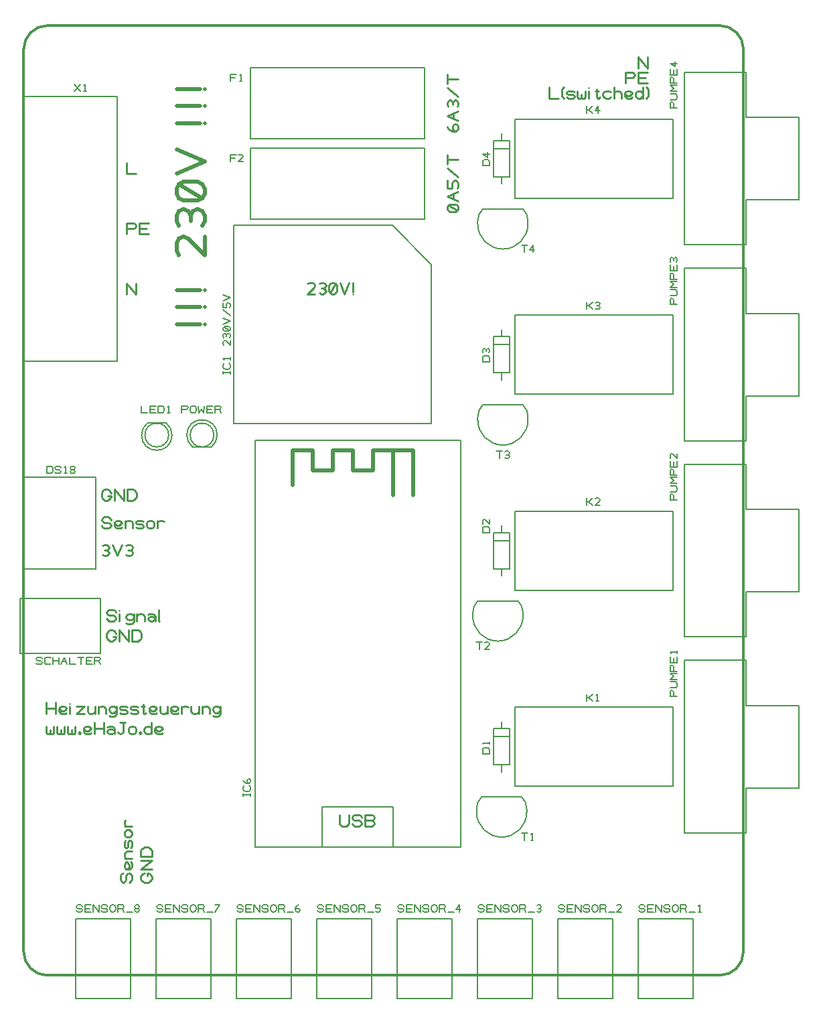
<source format=gbr>
G04 GENERATED BY PULSONIX 12.5 GERBER.DLL 9449*
G04 #@! TF.GenerationSoftware,Pulsonix,Pulsonix,12.5.9449*
G04 #@! TF.CreationDate,2025-07-29T07:21:01--1:00*
G04 #@! TF.Part,Single*
%FSLAX35Y35*%
%LPD*%
%MOMM*%
G04 #@! TF.FileFunction,Legend,Top*
G04 #@! TF.FilePolarity,Positive*
G04 #@! TA.AperFunction,Profile*
%ADD10C,0.30000*%
G04 #@! TA.AperFunction,Material*
%ADD11C,0.20000*%
%ADD13C,0.20320*%
%ADD75C,0.50000*%
G04 #@! TD.AperFunction*
%ADD76C,0.20000*%
%ADD113C,0.25000*%
%ADD114C,0.50800*%
G04 #@! TD.AperFunction*
X0Y0D02*
D02*
D10*
X3764250Y15214250D02*
X12264250D01*
G75*
G02*
X12564250Y14914250I0J-300000D01*
G01*
Y3514250D01*
G75*
G02*
X12264250Y3214250I-300000J0D01*
G01*
X3764250D01*
G75*
G02*
X3464250Y3514250I0J300000D01*
G01*
Y14914250D01*
G75*
G02*
X3764250Y15214250I300000J0D01*
G01*
D02*
D11*
X4118000Y3927500D02*
X4818000D01*
Y2917500D01*
X4118000D01*
Y3927500D01*
X4431500Y7979500D02*
Y7279500D01*
X3421500D01*
Y7979500D01*
X4431500D01*
X5134000Y3927500D02*
X5834000D01*
Y2917500D01*
X5134000D01*
Y3927500D01*
X6150000D02*
X6850000D01*
Y2917500D01*
X6150000D01*
Y3927500D01*
X6333000Y13665500D02*
X8533000D01*
Y12765500D01*
X6333000D01*
Y13665500D01*
Y14681500D02*
X8533000D01*
Y13781500D01*
X6333000D01*
Y14681500D01*
X7166000Y3927500D02*
X7866000D01*
Y2917500D01*
X7166000D01*
Y3927500D01*
X8124525Y12687500D02*
X6119500D01*
Y10187500D01*
X8619500D01*
Y12192525D01*
X8124525Y12687500D01*
X8137000Y5341500D02*
X7237000D01*
Y4833000D01*
X8137000D01*
Y5341500D01*
X8182000Y3927500D02*
X8882000D01*
Y2917500D01*
X8182000D01*
Y3927500D01*
X8987000Y4833000D02*
X6387000D01*
Y9977000D01*
X8987000D01*
Y4833000D01*
X9198000Y3927500D02*
X9898000D01*
Y2917500D01*
X9198000D01*
Y3927500D01*
X9671500Y5603500D02*
X11671500D01*
Y6603500D01*
X9671500D01*
Y5603500D01*
Y8080000D02*
X11671500D01*
Y9080000D01*
X9671500D01*
Y8080000D01*
Y10556500D02*
X11671500D01*
Y11556500D01*
X9671500D01*
Y10556500D01*
Y13033000D02*
X11671500D01*
Y14033000D01*
X9671500D01*
Y13033000D01*
X10214000Y3927500D02*
X10914000D01*
Y2917500D01*
X10214000D01*
Y3927500D01*
X11230000D02*
X11930000D01*
Y2917500D01*
X11230000D01*
Y3927500D01*
X11815000Y5012500D02*
Y7194500D01*
X12595000D01*
Y6624500D01*
X13265000D01*
Y5582500D01*
X12595000D01*
Y5012500D01*
X11815000D01*
Y7489000D02*
Y9671000D01*
X12595000D01*
Y9101000D01*
X13265000D01*
Y8059000D01*
X12595000D01*
Y7489000D01*
X11815000D01*
Y9965500D02*
Y12147500D01*
X12595000D01*
Y11577500D01*
X13265000D01*
Y10535500D01*
X12595000D01*
Y9965500D01*
X11815000D01*
Y12442000D02*
Y14624000D01*
X12595000D01*
Y14054000D01*
X13265000D01*
Y13012000D01*
X12595000D01*
Y12442000D01*
X11815000D01*
D02*
D13*
X3458000Y8350000D02*
Y9510000D01*
X4378000D01*
Y8350000D01*
X3458000D01*
X4648500Y10972000D02*
Y14316000D01*
X3448500D01*
Y10972000D01*
X4648500D01*
X4954500Y10040500D02*
G75*
G03*
X5339500I192500J0D01*
G01*
G75*
G03*
X5267649Y10190500I-192500J0D01*
G01*
X5026351D01*
G75*
G03*
X4954500Y10040500I120649J-150000D01*
G01*
X4997000D02*
G75*
G03*
X5297000I150000J0D01*
G01*
G75*
G03*
X4997000I-150000J0D01*
G01*
X5868500D02*
G75*
G03*
X5568500I-150000J0D01*
G01*
G75*
G03*
X5868500I150000J0D01*
G01*
X5911000D02*
G75*
G03*
X5526000I-192500J0D01*
G01*
G75*
G03*
X5597851Y9890500I192500J0D01*
G01*
X5839149D01*
G75*
G03*
X5911000Y10040500I-120649J150000D01*
G01*
X9405400Y6230500D02*
X9608600D01*
X9405400Y8707000D02*
X9608600D01*
X9405400Y11183500D02*
X9608600D01*
X9405400Y13660000D02*
X9608600D01*
X9507000Y5786000D02*
Y5874900D01*
Y6332100D02*
Y6421000D01*
Y8262500D02*
Y8351400D01*
Y8808600D02*
Y8897500D01*
Y10739000D02*
Y10827900D01*
Y11285100D02*
Y11374000D01*
Y13215500D02*
Y13304400D01*
Y13761600D02*
Y13850500D01*
X9608600Y5874900D02*
X9405400D01*
Y6332100D01*
X9608600D01*
Y5874900D01*
Y8351400D02*
X9405400D01*
Y8808600D01*
X9608600D01*
Y8351400D01*
Y10827900D02*
X9405400D01*
Y11285100D01*
X9608600D01*
Y10827900D01*
Y13304400D02*
X9405400D01*
Y13761600D01*
X9608600D01*
Y13304400D01*
X9776875Y7754500D02*
G75*
G02*
X9459375Y7437000I-317500J0D01*
G01*
G75*
G02*
X9141875Y7754500I0J317500D01*
G01*
Y7792600D01*
G75*
G02*
X9205375Y7945000I215713J-451D01*
G01*
X9713375D01*
G75*
G02*
X9776875Y7792600I-152213J-152851D01*
G01*
Y7754500D01*
X9824500Y5278000D02*
G75*
G02*
X9507000Y4960500I-317500J0D01*
G01*
G75*
G02*
X9189500Y5278000I0J317500D01*
G01*
Y5316100D01*
G75*
G02*
X9253000Y5468500I215713J-451D01*
G01*
X9761000D01*
G75*
G02*
X9824500Y5316100I-152213J-152851D01*
G01*
Y5278000D01*
X9840375Y10231000D02*
G75*
G02*
X9522875Y9913500I-317500J0D01*
G01*
G75*
G02*
X9205375Y10231000I0J317500D01*
G01*
Y10269100D01*
G75*
G02*
X9268875Y10421500I215713J-451D01*
G01*
X9776875D01*
G75*
G02*
X9840375Y10269100I-152213J-152851D01*
G01*
Y10231000D01*
Y12707500D02*
G75*
G02*
X9522875Y12390000I-317500J0D01*
G01*
G75*
G02*
X9205375Y12707500I0J317500D01*
G01*
Y12745600D01*
G75*
G02*
X9268875Y12898000I215713J-451D01*
G01*
X9776875D01*
G75*
G02*
X9840375Y12745600I-152213J-152851D01*
G01*
Y12707500D01*
D02*
D75*
X6861500Y9850000D02*
Y9405500D01*
X7115500Y9596000D02*
Y9850000D01*
X6861500D01*
X7369500Y9596000D02*
X7115500D01*
X7369500Y9850000D02*
Y9596000D01*
X7623500D02*
Y9850000D01*
X7369500D01*
X7877500Y9596000D02*
X7623500D01*
X7877500Y9850000D02*
Y9596000D01*
X8131500Y9850000D02*
Y9278500D01*
X8385500D02*
Y9850000D01*
X7877500D01*
D02*
D76*
X3623000Y7165382D02*
X3630647Y7150088D01*
X3645941Y7142441D01*
X3676529D01*
X3691824Y7150088D01*
X3699471Y7165382D01*
X3691824Y7180676D01*
X3676529Y7188324D01*
X3645941D01*
X3630647Y7195971D01*
X3623000Y7211265D01*
X3630647Y7226559D01*
X3645941Y7234206D01*
X3676529D01*
X3691824Y7226559D01*
X3699471Y7211265D01*
X3804771Y7157735D02*
X3797124Y7150088D01*
X3781829Y7142441D01*
X3758888D01*
X3743594Y7150088D01*
X3735947Y7157735D01*
X3728300Y7173029D01*
Y7203618D01*
X3735947Y7218912D01*
X3743594Y7226559D01*
X3758888Y7234206D01*
X3781829D01*
X3797124Y7226559D01*
X3804771Y7218912D01*
X3833600Y7142441D02*
X3833600Y7234206D01*
Y7188324D02*
X3910071Y7188324D01*
Y7142441D02*
X3910071Y7234206D01*
X3938900Y7142441D02*
X3977135Y7234206D01*
X4015371Y7142441D01*
X3954194Y7180676D02*
X4000076Y7180676D01*
X4044200Y7234206D02*
X4044200Y7142441D01*
X4120671D01*
X4187735D02*
X4187735Y7234206D01*
X4149500D02*
X4225971Y7234206D01*
X4254800Y7142441D02*
X4254800Y7234206D01*
X4331271D01*
X4315976Y7188324D02*
X4254800Y7188324D01*
Y7142441D02*
X4331271Y7142441D01*
X4360100D02*
X4360100Y7234206D01*
X4413629D01*
X4428924Y7226559D01*
X4436571Y7211265D01*
X4428924Y7195971D01*
X4413629Y7188324D01*
X4360100D01*
X4413629D02*
X4436571Y7142441D01*
X3754925Y9555441D02*
X3754925Y9647206D01*
X3800807D01*
X3816101Y9639559D01*
X3823749Y9631912D01*
X3831396Y9616618D01*
Y9586029D01*
X3823749Y9570735D01*
X3816101Y9563088D01*
X3800807Y9555441D01*
X3754925D01*
X3860225Y9578382D02*
X3867872Y9563088D01*
X3883166Y9555441D01*
X3913754D01*
X3929049Y9563088D01*
X3936696Y9578382D01*
X3929049Y9593676D01*
X3913754Y9601324D01*
X3883166D01*
X3867872Y9608971D01*
X3860225Y9624265D01*
X3867872Y9639559D01*
X3883166Y9647206D01*
X3913754D01*
X3929049Y9639559D01*
X3936696Y9624265D01*
X3980819Y9555441D02*
X4011407Y9555441D01*
X3996113D02*
X3996113Y9647206D01*
X3980819Y9631912D01*
X4076866Y9601324D02*
X4092160Y9601324D01*
X4107454Y9608971D01*
X4115101Y9624265D01*
X4107454Y9639559D01*
X4092160Y9647206D01*
X4076866D01*
X4061572Y9639559D01*
X4053925Y9624265D01*
X4061572Y9608971D01*
X4076866Y9601324D01*
X4061572Y9593676D01*
X4053925Y9578382D01*
X4061572Y9563088D01*
X4076866Y9555441D01*
X4092160D01*
X4107454Y9563088D01*
X4115101Y9578382D01*
X4107454Y9593676D01*
X4092160Y9601324D01*
X4131000Y4036382D02*
X4138647Y4021088D01*
X4153941Y4013441D01*
X4184529D01*
X4199824Y4021088D01*
X4207471Y4036382D01*
X4199824Y4051676D01*
X4184529Y4059324D01*
X4153941D01*
X4138647Y4066971D01*
X4131000Y4082265D01*
X4138647Y4097559D01*
X4153941Y4105206D01*
X4184529D01*
X4199824Y4097559D01*
X4207471Y4082265D01*
X4236300Y4013441D02*
X4236300Y4105206D01*
X4312771D01*
X4297476Y4059324D02*
X4236300Y4059324D01*
Y4013441D02*
X4312771Y4013441D01*
X4341600D02*
X4341600Y4105206D01*
X4418071Y4013441D01*
Y4105206D01*
X4446900Y4036382D02*
X4454547Y4021088D01*
X4469841Y4013441D01*
X4500429D01*
X4515724Y4021088D01*
X4523371Y4036382D01*
X4515724Y4051676D01*
X4500429Y4059324D01*
X4469841D01*
X4454547Y4066971D01*
X4446900Y4082265D01*
X4454547Y4097559D01*
X4469841Y4105206D01*
X4500429D01*
X4515724Y4097559D01*
X4523371Y4082265D01*
X4552200Y4044029D02*
X4552200Y4074618D01*
X4559847Y4089912D01*
X4567494Y4097559D01*
X4582788Y4105206D01*
X4598082D01*
X4613376Y4097559D01*
X4621024Y4089912D01*
X4628671Y4074618D01*
Y4044029D01*
X4621024Y4028735D01*
X4613376Y4021088D01*
X4598082Y4013441D01*
X4582788D01*
X4567494Y4021088D01*
X4559847Y4028735D01*
X4552200Y4044029D01*
X4657500Y4013441D02*
X4657500Y4105206D01*
X4711029D01*
X4726324Y4097559D01*
X4733971Y4082265D01*
X4726324Y4066971D01*
X4711029Y4059324D01*
X4657500D01*
X4711029D02*
X4733971Y4013441D01*
X4762800D02*
X4839271Y4013441D01*
X4891041Y4059324D02*
X4906335Y4059324D01*
X4921629Y4066971D01*
X4929276Y4082265D01*
X4921629Y4097559D01*
X4906335Y4105206D01*
X4891041D01*
X4875747Y4097559D01*
X4868100Y4082265D01*
X4875747Y4066971D01*
X4891041Y4059324D01*
X4875747Y4051676D01*
X4868100Y4036382D01*
X4875747Y4021088D01*
X4891041Y4013441D01*
X4906335D01*
X4921629Y4021088D01*
X4929276Y4036382D01*
X4921629Y4051676D01*
X4906335Y4059324D01*
X4105775Y14381441D02*
X4182246Y14473206D01*
X4105775D02*
X4182246Y14381441D01*
X4226369D02*
X4256957Y14381441D01*
X4241663D02*
X4241663Y14473206D01*
X4226369Y14457912D01*
X5147000Y4036382D02*
X5154647Y4021088D01*
X5169941Y4013441D01*
X5200529D01*
X5215824Y4021088D01*
X5223471Y4036382D01*
X5215824Y4051676D01*
X5200529Y4059324D01*
X5169941D01*
X5154647Y4066971D01*
X5147000Y4082265D01*
X5154647Y4097559D01*
X5169941Y4105206D01*
X5200529D01*
X5215824Y4097559D01*
X5223471Y4082265D01*
X5252300Y4013441D02*
X5252300Y4105206D01*
X5328771D01*
X5313476Y4059324D02*
X5252300Y4059324D01*
Y4013441D02*
X5328771Y4013441D01*
X5357600D02*
X5357600Y4105206D01*
X5434071Y4013441D01*
Y4105206D01*
X5462900Y4036382D02*
X5470547Y4021088D01*
X5485841Y4013441D01*
X5516429D01*
X5531724Y4021088D01*
X5539371Y4036382D01*
X5531724Y4051676D01*
X5516429Y4059324D01*
X5485841D01*
X5470547Y4066971D01*
X5462900Y4082265D01*
X5470547Y4097559D01*
X5485841Y4105206D01*
X5516429D01*
X5531724Y4097559D01*
X5539371Y4082265D01*
X5568200Y4044029D02*
X5568200Y4074618D01*
X5575847Y4089912D01*
X5583494Y4097559D01*
X5598788Y4105206D01*
X5614082D01*
X5629376Y4097559D01*
X5637024Y4089912D01*
X5644671Y4074618D01*
Y4044029D01*
X5637024Y4028735D01*
X5629376Y4021088D01*
X5614082Y4013441D01*
X5598788D01*
X5583494Y4021088D01*
X5575847Y4028735D01*
X5568200Y4044029D01*
X5673500Y4013441D02*
X5673500Y4105206D01*
X5727029D01*
X5742324Y4097559D01*
X5749971Y4082265D01*
X5742324Y4066971D01*
X5727029Y4059324D01*
X5673500D01*
X5727029D02*
X5749971Y4013441D01*
X5778800D02*
X5855271Y4013441D01*
X5884100D02*
X5945276Y4105206D01*
X5884100D01*
X4952975Y10409206D02*
X4952975Y10317441D01*
X5029446D01*
X5058275D02*
X5058275Y10409206D01*
X5134746D01*
X5119451Y10363324D02*
X5058275Y10363324D01*
Y10317441D02*
X5134746Y10317441D01*
X5163575D02*
X5163575Y10409206D01*
X5209457D01*
X5224751Y10401559D01*
X5232399Y10393912D01*
X5240046Y10378618D01*
Y10348029D01*
X5232399Y10332735D01*
X5224751Y10325088D01*
X5209457Y10317441D01*
X5163575D01*
X5284169D02*
X5314757Y10317441D01*
X5299463D02*
X5299463Y10409206D01*
X5284169Y10393912D01*
X5463375Y10317441D02*
X5463375Y10409206D01*
X5516904D01*
X5532199Y10401559D01*
X5539846Y10386265D01*
X5532199Y10370971D01*
X5516904Y10363324D01*
X5463375D01*
X5568675Y10348029D02*
X5568675Y10378618D01*
X5576322Y10393912D01*
X5583969Y10401559D01*
X5599263Y10409206D01*
X5614557D01*
X5629851Y10401559D01*
X5637499Y10393912D01*
X5645146Y10378618D01*
Y10348029D01*
X5637499Y10332735D01*
X5629851Y10325088D01*
X5614557Y10317441D01*
X5599263D01*
X5583969Y10325088D01*
X5576322Y10332735D01*
X5568675Y10348029D01*
X5673975Y10409206D02*
X5681622Y10317441D01*
X5712210Y10363324D01*
X5742799Y10317441D01*
X5750446Y10409206D01*
X5779275Y10317441D02*
X5779275Y10409206D01*
X5855746D01*
X5840451Y10363324D02*
X5779275Y10363324D01*
Y10317441D02*
X5855746Y10317441D01*
X5884575D02*
X5884575Y10409206D01*
X5938104D01*
X5953399Y10401559D01*
X5961046Y10386265D01*
X5953399Y10370971D01*
X5938104Y10363324D01*
X5884575D01*
X5938104D02*
X5961046Y10317441D01*
X6079559Y10812825D02*
X6079559Y10843413D01*
Y10828119D02*
X5987794Y10828119D01*
Y10812825D02*
X5987794Y10843413D01*
X6064265Y10945196D02*
X6071912Y10937549D01*
X6079559Y10922254D01*
Y10899313D01*
X6071912Y10884019D01*
X6064265Y10876372D01*
X6048971Y10868725D01*
X6018382D01*
X6003088Y10876372D01*
X5995441Y10884019D01*
X5987794Y10899313D01*
Y10922254D01*
X5995441Y10937549D01*
X6003088Y10945196D01*
X6079559Y10989319D02*
X6079559Y11019907D01*
Y11004613D02*
X5987794Y11004613D01*
X6003088Y10989319D01*
X6076559Y11235551D02*
X6076559Y11174375D01*
X6023029Y11227904D01*
X6007735Y11235551D01*
X5992441Y11227904D01*
X5984794Y11212610D01*
Y11189669D01*
X5992441Y11174375D01*
X6068912Y11270422D02*
X6076559Y11285716D01*
Y11301010D01*
X6068912Y11316304D01*
X6053618Y11323951D01*
X6038324Y11316304D01*
X6030676Y11301010D01*
Y11285716D01*
Y11301010D02*
X6023029Y11316304D01*
X6007735Y11323951D01*
X5992441Y11316304D01*
X5984794Y11301010D01*
Y11285716D01*
X5992441Y11270422D01*
X6068912Y11358822D02*
X6076559Y11374116D01*
Y11389410D01*
X6068912Y11404704D01*
X6053618Y11412351D01*
X6007735D01*
X5992441Y11404704D01*
X5984794Y11389410D01*
Y11374116D01*
X5992441Y11358822D01*
X6007735Y11351175D01*
X6053618D01*
X6068912Y11358822D01*
X5992441Y11404704D01*
X5984794Y11439575D02*
X6076559Y11477810D01*
X5984794Y11516046D01*
X6076559Y11544875D02*
X5984794Y11621346D01*
X6068912Y11650175D02*
X6076559Y11665469D01*
Y11688410D01*
X6068912Y11703704D01*
X6053618Y11711351D01*
X6045971D01*
X6030676Y11703704D01*
X6023029Y11688410D01*
Y11650175D01*
X5984794D01*
Y11711351D01*
Y11738575D02*
X6076559Y11776810D01*
X5984794Y11815046D01*
X6163000Y4036382D02*
X6170647Y4021088D01*
X6185941Y4013441D01*
X6216529D01*
X6231824Y4021088D01*
X6239471Y4036382D01*
X6231824Y4051676D01*
X6216529Y4059324D01*
X6185941D01*
X6170647Y4066971D01*
X6163000Y4082265D01*
X6170647Y4097559D01*
X6185941Y4105206D01*
X6216529D01*
X6231824Y4097559D01*
X6239471Y4082265D01*
X6268300Y4013441D02*
X6268300Y4105206D01*
X6344771D01*
X6329476Y4059324D02*
X6268300Y4059324D01*
Y4013441D02*
X6344771Y4013441D01*
X6373600D02*
X6373600Y4105206D01*
X6450071Y4013441D01*
Y4105206D01*
X6478900Y4036382D02*
X6486547Y4021088D01*
X6501841Y4013441D01*
X6532429D01*
X6547724Y4021088D01*
X6555371Y4036382D01*
X6547724Y4051676D01*
X6532429Y4059324D01*
X6501841D01*
X6486547Y4066971D01*
X6478900Y4082265D01*
X6486547Y4097559D01*
X6501841Y4105206D01*
X6532429D01*
X6547724Y4097559D01*
X6555371Y4082265D01*
X6584200Y4044029D02*
X6584200Y4074618D01*
X6591847Y4089912D01*
X6599494Y4097559D01*
X6614788Y4105206D01*
X6630082D01*
X6645376Y4097559D01*
X6653024Y4089912D01*
X6660671Y4074618D01*
Y4044029D01*
X6653024Y4028735D01*
X6645376Y4021088D01*
X6630082Y4013441D01*
X6614788D01*
X6599494Y4021088D01*
X6591847Y4028735D01*
X6584200Y4044029D01*
X6689500Y4013441D02*
X6689500Y4105206D01*
X6743029D01*
X6758324Y4097559D01*
X6765971Y4082265D01*
X6758324Y4066971D01*
X6743029Y4059324D01*
X6689500D01*
X6743029D02*
X6765971Y4013441D01*
X6794800D02*
X6871271Y4013441D01*
X6900100Y4036382D02*
X6907747Y4051676D01*
X6923041Y4059324D01*
X6938335D01*
X6953629Y4051676D01*
X6961276Y4036382D01*
X6953629Y4021088D01*
X6938335Y4013441D01*
X6923041D01*
X6907747Y4021088D01*
X6900100Y4036382D01*
Y4059324D01*
X6907747Y4082265D01*
X6923041Y4097559D01*
X6938335Y4105206D01*
X6074275Y13492441D02*
X6074275Y13584206D01*
X6150746D01*
X6135451Y13538324D02*
X6074275Y13538324D01*
X6240751Y13492441D02*
X6179575Y13492441D01*
X6233104Y13545971D01*
X6240751Y13561265D01*
X6233104Y13576559D01*
X6217810Y13584206D01*
X6194869D01*
X6179575Y13576559D01*
X6074275Y14508441D02*
X6074275Y14600206D01*
X6150746D01*
X6135451Y14554324D02*
X6074275Y14554324D01*
X6194869Y14508441D02*
X6225457Y14508441D01*
X6210163D02*
X6210163Y14600206D01*
X6194869Y14584912D01*
X6333559Y5478825D02*
X6333559Y5509413D01*
Y5494119D02*
X6241794Y5494119D01*
Y5478825D02*
X6241794Y5509413D01*
X6318265Y5611196D02*
X6325912Y5603549D01*
X6333559Y5588254D01*
Y5565313D01*
X6325912Y5550019D01*
X6318265Y5542372D01*
X6302971Y5534725D01*
X6272382D01*
X6257088Y5542372D01*
X6249441Y5550019D01*
X6241794Y5565313D01*
Y5588254D01*
X6249441Y5603549D01*
X6257088Y5611196D01*
X6310618Y5640025D02*
X6295324Y5647672D01*
X6287676Y5662966D01*
Y5678260D01*
X6295324Y5693554D01*
X6310618Y5701201D01*
X6325912Y5693554D01*
X6333559Y5678260D01*
Y5662966D01*
X6325912Y5647672D01*
X6310618Y5640025D01*
X6287676D01*
X6264735Y5647672D01*
X6249441Y5662966D01*
X6241794Y5678260D01*
X7179000Y4036382D02*
X7186647Y4021088D01*
X7201941Y4013441D01*
X7232529D01*
X7247824Y4021088D01*
X7255471Y4036382D01*
X7247824Y4051676D01*
X7232529Y4059324D01*
X7201941D01*
X7186647Y4066971D01*
X7179000Y4082265D01*
X7186647Y4097559D01*
X7201941Y4105206D01*
X7232529D01*
X7247824Y4097559D01*
X7255471Y4082265D01*
X7284300Y4013441D02*
X7284300Y4105206D01*
X7360771D01*
X7345476Y4059324D02*
X7284300Y4059324D01*
Y4013441D02*
X7360771Y4013441D01*
X7389600D02*
X7389600Y4105206D01*
X7466071Y4013441D01*
Y4105206D01*
X7494900Y4036382D02*
X7502547Y4021088D01*
X7517841Y4013441D01*
X7548429D01*
X7563724Y4021088D01*
X7571371Y4036382D01*
X7563724Y4051676D01*
X7548429Y4059324D01*
X7517841D01*
X7502547Y4066971D01*
X7494900Y4082265D01*
X7502547Y4097559D01*
X7517841Y4105206D01*
X7548429D01*
X7563724Y4097559D01*
X7571371Y4082265D01*
X7600200Y4044029D02*
X7600200Y4074618D01*
X7607847Y4089912D01*
X7615494Y4097559D01*
X7630788Y4105206D01*
X7646082D01*
X7661376Y4097559D01*
X7669024Y4089912D01*
X7676671Y4074618D01*
Y4044029D01*
X7669024Y4028735D01*
X7661376Y4021088D01*
X7646082Y4013441D01*
X7630788D01*
X7615494Y4021088D01*
X7607847Y4028735D01*
X7600200Y4044029D01*
X7705500Y4013441D02*
X7705500Y4105206D01*
X7759029D01*
X7774324Y4097559D01*
X7781971Y4082265D01*
X7774324Y4066971D01*
X7759029Y4059324D01*
X7705500D01*
X7759029D02*
X7781971Y4013441D01*
X7810800D02*
X7887271Y4013441D01*
X7916100Y4021088D02*
X7931394Y4013441D01*
X7954335D01*
X7969629Y4021088D01*
X7977276Y4036382D01*
Y4044029D01*
X7969629Y4059324D01*
X7954335Y4066971D01*
X7916100D01*
Y4105206D01*
X7977276D01*
X8195000Y4036382D02*
X8202647Y4021088D01*
X8217941Y4013441D01*
X8248529D01*
X8263824Y4021088D01*
X8271471Y4036382D01*
X8263824Y4051676D01*
X8248529Y4059324D01*
X8217941D01*
X8202647Y4066971D01*
X8195000Y4082265D01*
X8202647Y4097559D01*
X8217941Y4105206D01*
X8248529D01*
X8263824Y4097559D01*
X8271471Y4082265D01*
X8300300Y4013441D02*
X8300300Y4105206D01*
X8376771D01*
X8361476Y4059324D02*
X8300300Y4059324D01*
Y4013441D02*
X8376771Y4013441D01*
X8405600D02*
X8405600Y4105206D01*
X8482071Y4013441D01*
Y4105206D01*
X8510900Y4036382D02*
X8518547Y4021088D01*
X8533841Y4013441D01*
X8564429D01*
X8579724Y4021088D01*
X8587371Y4036382D01*
X8579724Y4051676D01*
X8564429Y4059324D01*
X8533841D01*
X8518547Y4066971D01*
X8510900Y4082265D01*
X8518547Y4097559D01*
X8533841Y4105206D01*
X8564429D01*
X8579724Y4097559D01*
X8587371Y4082265D01*
X8616200Y4044029D02*
X8616200Y4074618D01*
X8623847Y4089912D01*
X8631494Y4097559D01*
X8646788Y4105206D01*
X8662082D01*
X8677376Y4097559D01*
X8685024Y4089912D01*
X8692671Y4074618D01*
Y4044029D01*
X8685024Y4028735D01*
X8677376Y4021088D01*
X8662082Y4013441D01*
X8646788D01*
X8631494Y4021088D01*
X8623847Y4028735D01*
X8616200Y4044029D01*
X8721500Y4013441D02*
X8721500Y4105206D01*
X8775029D01*
X8790324Y4097559D01*
X8797971Y4082265D01*
X8790324Y4066971D01*
X8775029Y4059324D01*
X8721500D01*
X8775029D02*
X8797971Y4013441D01*
X8826800D02*
X8903271Y4013441D01*
X8970335D02*
X8970335Y4105206D01*
X8932100Y4044029D01*
X8993276D01*
X9211000Y4036382D02*
X9218647Y4021088D01*
X9233941Y4013441D01*
X9264529D01*
X9279824Y4021088D01*
X9287471Y4036382D01*
X9279824Y4051676D01*
X9264529Y4059324D01*
X9233941D01*
X9218647Y4066971D01*
X9211000Y4082265D01*
X9218647Y4097559D01*
X9233941Y4105206D01*
X9264529D01*
X9279824Y4097559D01*
X9287471Y4082265D01*
X9316300Y4013441D02*
X9316300Y4105206D01*
X9392771D01*
X9377476Y4059324D02*
X9316300Y4059324D01*
Y4013441D02*
X9392771Y4013441D01*
X9421600D02*
X9421600Y4105206D01*
X9498071Y4013441D01*
Y4105206D01*
X9526900Y4036382D02*
X9534547Y4021088D01*
X9549841Y4013441D01*
X9580429D01*
X9595724Y4021088D01*
X9603371Y4036382D01*
X9595724Y4051676D01*
X9580429Y4059324D01*
X9549841D01*
X9534547Y4066971D01*
X9526900Y4082265D01*
X9534547Y4097559D01*
X9549841Y4105206D01*
X9580429D01*
X9595724Y4097559D01*
X9603371Y4082265D01*
X9632200Y4044029D02*
X9632200Y4074618D01*
X9639847Y4089912D01*
X9647494Y4097559D01*
X9662788Y4105206D01*
X9678082D01*
X9693376Y4097559D01*
X9701024Y4089912D01*
X9708671Y4074618D01*
Y4044029D01*
X9701024Y4028735D01*
X9693376Y4021088D01*
X9678082Y4013441D01*
X9662788D01*
X9647494Y4021088D01*
X9639847Y4028735D01*
X9632200Y4044029D01*
X9737500Y4013441D02*
X9737500Y4105206D01*
X9791029D01*
X9806324Y4097559D01*
X9813971Y4082265D01*
X9806324Y4066971D01*
X9791029Y4059324D01*
X9737500D01*
X9791029D02*
X9813971Y4013441D01*
X9842800D02*
X9919271Y4013441D01*
X9955747Y4021088D02*
X9971041Y4013441D01*
X9986335D01*
X10001629Y4021088D01*
X10009276Y4036382D01*
X10001629Y4051676D01*
X9986335Y4059324D01*
X9971041D01*
X9986335D02*
X10001629Y4066971D01*
X10009276Y4082265D01*
X10001629Y4097559D01*
X9986335Y4105206D01*
X9971041D01*
X9955747Y4097559D01*
X9224010Y7332941D02*
X9224010Y7424706D01*
X9185775D02*
X9262246Y7424706D01*
X9352251Y7332941D02*
X9291075Y7332941D01*
X9344604Y7386471D01*
X9352251Y7401765D01*
X9344604Y7417059D01*
X9329310Y7424706D01*
X9306369D01*
X9291075Y7417059D01*
X9357059Y6014775D02*
X9265294Y6014775D01*
Y6060657D01*
X9272941Y6075951D01*
X9280588Y6083599D01*
X9295882Y6091246D01*
X9326471D01*
X9341765Y6083599D01*
X9349412Y6075951D01*
X9357059Y6060657D01*
Y6014775D01*
Y6135369D02*
X9357059Y6165957D01*
Y6150663D02*
X9265294Y6150663D01*
X9280588Y6135369D01*
X9357059Y8808775D02*
X9265294Y8808775D01*
Y8854657D01*
X9272941Y8869951D01*
X9280588Y8877599D01*
X9295882Y8885246D01*
X9326471D01*
X9341765Y8877599D01*
X9349412Y8869951D01*
X9357059Y8854657D01*
Y8808775D01*
Y8975251D02*
X9357059Y8914075D01*
X9303529Y8967604D01*
X9288235Y8975251D01*
X9272941Y8967604D01*
X9265294Y8952310D01*
Y8929369D01*
X9272941Y8914075D01*
X9357059Y10967775D02*
X9265294Y10967775D01*
Y11013657D01*
X9272941Y11028951D01*
X9280588Y11036599D01*
X9295882Y11044246D01*
X9326471D01*
X9341765Y11036599D01*
X9349412Y11028951D01*
X9357059Y11013657D01*
Y10967775D01*
X9349412Y11080722D02*
X9357059Y11096016D01*
Y11111310D01*
X9349412Y11126604D01*
X9334118Y11134251D01*
X9318824Y11126604D01*
X9311176Y11111310D01*
Y11096016D01*
Y11111310D02*
X9303529Y11126604D01*
X9288235Y11134251D01*
X9272941Y11126604D01*
X9265294Y11111310D01*
Y11096016D01*
X9272941Y11080722D01*
X9357059Y13444275D02*
X9265294Y13444275D01*
Y13490157D01*
X9272941Y13505451D01*
X9280588Y13513099D01*
X9295882Y13520746D01*
X9326471D01*
X9341765Y13513099D01*
X9349412Y13505451D01*
X9357059Y13490157D01*
Y13444275D01*
Y13587810D02*
X9265294Y13587810D01*
X9326471Y13549575D01*
Y13610751D01*
X9478010Y9745941D02*
X9478010Y9837706D01*
X9439775D02*
X9516246Y9837706D01*
X9552722Y9753588D02*
X9568016Y9745941D01*
X9583310D01*
X9598604Y9753588D01*
X9606251Y9768882D01*
X9598604Y9784176D01*
X9583310Y9791824D01*
X9568016D01*
X9583310D02*
X9598604Y9799471D01*
X9606251Y9814765D01*
X9598604Y9830059D01*
X9583310Y9837706D01*
X9568016D01*
X9552722Y9830059D01*
X9795510Y4919941D02*
X9795510Y5011706D01*
X9757275D02*
X9833746Y5011706D01*
X9877869Y4919941D02*
X9908457Y4919941D01*
X9893163D02*
X9893163Y5011706D01*
X9877869Y4996412D01*
X9795510Y12349441D02*
X9795510Y12441206D01*
X9757275D02*
X9833746Y12441206D01*
X9900810Y12349441D02*
X9900810Y12441206D01*
X9862575Y12380029D01*
X9923751D01*
X10227000Y4036382D02*
X10234647Y4021088D01*
X10249941Y4013441D01*
X10280529D01*
X10295824Y4021088D01*
X10303471Y4036382D01*
X10295824Y4051676D01*
X10280529Y4059324D01*
X10249941D01*
X10234647Y4066971D01*
X10227000Y4082265D01*
X10234647Y4097559D01*
X10249941Y4105206D01*
X10280529D01*
X10295824Y4097559D01*
X10303471Y4082265D01*
X10332300Y4013441D02*
X10332300Y4105206D01*
X10408771D01*
X10393476Y4059324D02*
X10332300Y4059324D01*
Y4013441D02*
X10408771Y4013441D01*
X10437600D02*
X10437600Y4105206D01*
X10514071Y4013441D01*
Y4105206D01*
X10542900Y4036382D02*
X10550547Y4021088D01*
X10565841Y4013441D01*
X10596429D01*
X10611724Y4021088D01*
X10619371Y4036382D01*
X10611724Y4051676D01*
X10596429Y4059324D01*
X10565841D01*
X10550547Y4066971D01*
X10542900Y4082265D01*
X10550547Y4097559D01*
X10565841Y4105206D01*
X10596429D01*
X10611724Y4097559D01*
X10619371Y4082265D01*
X10648200Y4044029D02*
X10648200Y4074618D01*
X10655847Y4089912D01*
X10663494Y4097559D01*
X10678788Y4105206D01*
X10694082D01*
X10709376Y4097559D01*
X10717024Y4089912D01*
X10724671Y4074618D01*
Y4044029D01*
X10717024Y4028735D01*
X10709376Y4021088D01*
X10694082Y4013441D01*
X10678788D01*
X10663494Y4021088D01*
X10655847Y4028735D01*
X10648200Y4044029D01*
X10753500Y4013441D02*
X10753500Y4105206D01*
X10807029D01*
X10822324Y4097559D01*
X10829971Y4082265D01*
X10822324Y4066971D01*
X10807029Y4059324D01*
X10753500D01*
X10807029D02*
X10829971Y4013441D01*
X10858800D02*
X10935271Y4013441D01*
X11025276D02*
X10964100Y4013441D01*
X11017629Y4066971D01*
X11025276Y4082265D01*
X11017629Y4097559D01*
X11002335Y4105206D01*
X10979394D01*
X10964100Y4097559D01*
X10582775Y6676441D02*
X10582775Y6768206D01*
Y6722324D02*
X10605716Y6722324D01*
X10659246Y6768206D01*
X10605716Y6722324D02*
X10659246Y6676441D01*
X10703369D02*
X10733957Y6676441D01*
X10718663D02*
X10718663Y6768206D01*
X10703369Y6752912D01*
X10582775Y9152941D02*
X10582775Y9244706D01*
Y9198824D02*
X10605716Y9198824D01*
X10659246Y9244706D01*
X10605716Y9198824D02*
X10659246Y9152941D01*
X10749251D02*
X10688075Y9152941D01*
X10741604Y9206471D01*
X10749251Y9221765D01*
X10741604Y9237059D01*
X10726310Y9244706D01*
X10703369D01*
X10688075Y9237059D01*
X10582775Y11629441D02*
X10582775Y11721206D01*
Y11675324D02*
X10605716Y11675324D01*
X10659246Y11721206D01*
X10605716Y11675324D02*
X10659246Y11629441D01*
X10695722Y11637088D02*
X10711016Y11629441D01*
X10726310D01*
X10741604Y11637088D01*
X10749251Y11652382D01*
X10741604Y11667676D01*
X10726310Y11675324D01*
X10711016D01*
X10726310D02*
X10741604Y11682971D01*
X10749251Y11698265D01*
X10741604Y11713559D01*
X10726310Y11721206D01*
X10711016D01*
X10695722Y11713559D01*
X10582775Y14105941D02*
X10582775Y14197706D01*
Y14151824D02*
X10605716Y14151824D01*
X10659246Y14197706D01*
X10605716Y14151824D02*
X10659246Y14105941D01*
X10726310D02*
X10726310Y14197706D01*
X10688075Y14136529D01*
X10749251D01*
X11243000Y4036382D02*
X11250647Y4021088D01*
X11265941Y4013441D01*
X11296529D01*
X11311824Y4021088D01*
X11319471Y4036382D01*
X11311824Y4051676D01*
X11296529Y4059324D01*
X11265941D01*
X11250647Y4066971D01*
X11243000Y4082265D01*
X11250647Y4097559D01*
X11265941Y4105206D01*
X11296529D01*
X11311824Y4097559D01*
X11319471Y4082265D01*
X11348300Y4013441D02*
X11348300Y4105206D01*
X11424771D01*
X11409476Y4059324D02*
X11348300Y4059324D01*
Y4013441D02*
X11424771Y4013441D01*
X11453600D02*
X11453600Y4105206D01*
X11530071Y4013441D01*
Y4105206D01*
X11558900Y4036382D02*
X11566547Y4021088D01*
X11581841Y4013441D01*
X11612429D01*
X11627724Y4021088D01*
X11635371Y4036382D01*
X11627724Y4051676D01*
X11612429Y4059324D01*
X11581841D01*
X11566547Y4066971D01*
X11558900Y4082265D01*
X11566547Y4097559D01*
X11581841Y4105206D01*
X11612429D01*
X11627724Y4097559D01*
X11635371Y4082265D01*
X11664200Y4044029D02*
X11664200Y4074618D01*
X11671847Y4089912D01*
X11679494Y4097559D01*
X11694788Y4105206D01*
X11710082D01*
X11725376Y4097559D01*
X11733024Y4089912D01*
X11740671Y4074618D01*
Y4044029D01*
X11733024Y4028735D01*
X11725376Y4021088D01*
X11710082Y4013441D01*
X11694788D01*
X11679494Y4021088D01*
X11671847Y4028735D01*
X11664200Y4044029D01*
X11769500Y4013441D02*
X11769500Y4105206D01*
X11823029D01*
X11838324Y4097559D01*
X11845971Y4082265D01*
X11838324Y4066971D01*
X11823029Y4059324D01*
X11769500D01*
X11823029D02*
X11845971Y4013441D01*
X11874800D02*
X11951271Y4013441D01*
X11995394D02*
X12025982Y4013441D01*
X12010688D02*
X12010688Y4105206D01*
X11995394Y4089912D01*
X11728059Y6740800D02*
X11636294Y6740800D01*
Y6794329D01*
X11643941Y6809624D01*
X11659235Y6817271D01*
X11674529Y6809624D01*
X11682176Y6794329D01*
Y6740800D01*
X11636294Y6846100D02*
X11705118Y6846100D01*
X11720412Y6853747D01*
X11728059Y6869041D01*
Y6899629D01*
X11720412Y6914924D01*
X11705118Y6922571D01*
X11636294D01*
X11728059Y6951400D02*
X11636294Y6951400D01*
X11682176Y6989635D01*
X11636294Y7027871D01*
X11728059D01*
Y7056700D02*
X11636294Y7056700D01*
Y7110229D01*
X11643941Y7125524D01*
X11659235Y7133171D01*
X11674529Y7125524D01*
X11682176Y7110229D01*
Y7056700D01*
X11728059Y7162000D02*
X11636294Y7162000D01*
Y7238471D01*
X11682176Y7223176D02*
X11682176Y7162000D01*
X11728059D02*
X11728059Y7238471D01*
Y7282594D02*
X11728059Y7313182D01*
Y7297888D02*
X11636294Y7297888D01*
X11651588Y7282594D01*
X11728059Y9217300D02*
X11636294Y9217300D01*
Y9270829D01*
X11643941Y9286124D01*
X11659235Y9293771D01*
X11674529Y9286124D01*
X11682176Y9270829D01*
Y9217300D01*
X11636294Y9322600D02*
X11705118Y9322600D01*
X11720412Y9330247D01*
X11728059Y9345541D01*
Y9376129D01*
X11720412Y9391424D01*
X11705118Y9399071D01*
X11636294D01*
X11728059Y9427900D02*
X11636294Y9427900D01*
X11682176Y9466135D01*
X11636294Y9504371D01*
X11728059D01*
Y9533200D02*
X11636294Y9533200D01*
Y9586729D01*
X11643941Y9602024D01*
X11659235Y9609671D01*
X11674529Y9602024D01*
X11682176Y9586729D01*
Y9533200D01*
X11728059Y9638500D02*
X11636294Y9638500D01*
Y9714971D01*
X11682176Y9699676D02*
X11682176Y9638500D01*
X11728059D02*
X11728059Y9714971D01*
Y9804976D02*
X11728059Y9743800D01*
X11674529Y9797329D01*
X11659235Y9804976D01*
X11643941Y9797329D01*
X11636294Y9782035D01*
Y9759094D01*
X11643941Y9743800D01*
X11728059Y11693800D02*
X11636294Y11693800D01*
Y11747329D01*
X11643941Y11762624D01*
X11659235Y11770271D01*
X11674529Y11762624D01*
X11682176Y11747329D01*
Y11693800D01*
X11636294Y11799100D02*
X11705118Y11799100D01*
X11720412Y11806747D01*
X11728059Y11822041D01*
Y11852629D01*
X11720412Y11867924D01*
X11705118Y11875571D01*
X11636294D01*
X11728059Y11904400D02*
X11636294Y11904400D01*
X11682176Y11942635D01*
X11636294Y11980871D01*
X11728059D01*
Y12009700D02*
X11636294Y12009700D01*
Y12063229D01*
X11643941Y12078524D01*
X11659235Y12086171D01*
X11674529Y12078524D01*
X11682176Y12063229D01*
Y12009700D01*
X11728059Y12115000D02*
X11636294Y12115000D01*
Y12191471D01*
X11682176Y12176176D02*
X11682176Y12115000D01*
X11728059D02*
X11728059Y12191471D01*
X11720412Y12227947D02*
X11728059Y12243241D01*
Y12258535D01*
X11720412Y12273829D01*
X11705118Y12281476D01*
X11689824Y12273829D01*
X11682176Y12258535D01*
Y12243241D01*
Y12258535D02*
X11674529Y12273829D01*
X11659235Y12281476D01*
X11643941Y12273829D01*
X11636294Y12258535D01*
Y12243241D01*
X11643941Y12227947D01*
X11728059Y14170300D02*
X11636294Y14170300D01*
Y14223829D01*
X11643941Y14239124D01*
X11659235Y14246771D01*
X11674529Y14239124D01*
X11682176Y14223829D01*
Y14170300D01*
X11636294Y14275600D02*
X11705118Y14275600D01*
X11720412Y14283247D01*
X11728059Y14298541D01*
Y14329129D01*
X11720412Y14344424D01*
X11705118Y14352071D01*
X11636294D01*
X11728059Y14380900D02*
X11636294Y14380900D01*
X11682176Y14419135D01*
X11636294Y14457371D01*
X11728059D01*
Y14486200D02*
X11636294Y14486200D01*
Y14539729D01*
X11643941Y14555024D01*
X11659235Y14562671D01*
X11674529Y14555024D01*
X11682176Y14539729D01*
Y14486200D01*
X11728059Y14591500D02*
X11636294Y14591500D01*
Y14667971D01*
X11682176Y14652676D02*
X11682176Y14591500D01*
X11728059D02*
X11728059Y14667971D01*
Y14735035D02*
X11636294Y14735035D01*
X11697471Y14696800D01*
Y14757976D01*
D02*
D113*
X3750000Y6359912D02*
X3750000Y6277559D01*
X3761765Y6265794D01*
X3785294D01*
X3797059Y6277559D01*
Y6312853D01*
Y6277559D02*
X3808824Y6265794D01*
X3832353D01*
X3844118Y6277559D01*
Y6359912D01*
X3886000D02*
X3886000Y6277559D01*
X3897765Y6265794D01*
X3921294D01*
X3933059Y6277559D01*
Y6312853D01*
Y6277559D02*
X3944824Y6265794D01*
X3968353D01*
X3980118Y6277559D01*
Y6359912D01*
X4022000D02*
X4022000Y6277559D01*
X4033765Y6265794D01*
X4057294D01*
X4069059Y6277559D01*
Y6312853D01*
Y6277559D02*
X4080824Y6265794D01*
X4104353D01*
X4116118Y6277559D01*
Y6359912D01*
X4169765Y6265794D02*
X4181529Y6277559D01*
X4169765Y6289324D01*
X4158000Y6277559D01*
X4169765Y6265794D01*
X4314118Y6277559D02*
X4302353Y6265794D01*
X4278824D01*
X4255294D01*
X4231765Y6277559D01*
X4220000Y6301088D01*
Y6336382D01*
X4231765Y6348147D01*
X4255294Y6359912D01*
X4278824D01*
X4302353Y6348147D01*
X4314118Y6336382D01*
Y6324618D01*
X4302353Y6312853D01*
X4278824Y6301088D01*
X4255294D01*
X4231765Y6312853D01*
X4220000Y6324618D01*
X4356000Y6265794D02*
X4356000Y6406971D01*
Y6336382D02*
X4473647Y6336382D01*
Y6265794D02*
X4473647Y6406971D01*
X4518000Y6348147D02*
X4541529Y6359912D01*
X4576824D01*
X4600353Y6348147D01*
X4612118Y6324618D01*
Y6289324D01*
X4600353Y6277559D01*
X4576824Y6265794D01*
X4553294D01*
X4529765Y6277559D01*
X4518000Y6289324D01*
Y6301088D01*
X4529765Y6312853D01*
X4553294Y6324618D01*
X4576824D01*
X4600353Y6312853D01*
X4612118Y6301088D01*
Y6289324D02*
X4612118Y6265794D01*
X4654000Y6289324D02*
X4665765Y6277559D01*
X4689294Y6265794D01*
X4712824Y6277559D01*
X4724588Y6289324D01*
Y6406971D01*
X4748118D01*
X4724588D02*
X4677529Y6406971D01*
X4790000Y6301088D02*
X4801765Y6277559D01*
X4825294Y6265794D01*
X4848824D01*
X4872353Y6277559D01*
X4884118Y6301088D01*
Y6324618D01*
X4872353Y6348147D01*
X4848824Y6359912D01*
X4825294D01*
X4801765Y6348147D01*
X4790000Y6324618D01*
Y6301088D01*
X4937765Y6265794D02*
X4949529Y6277559D01*
X4937765Y6289324D01*
X4926000Y6277559D01*
X4937765Y6265794D01*
X5082118Y6324618D02*
X5070353Y6348147D01*
X5046824Y6359912D01*
X5023294D01*
X4999765Y6348147D01*
X4988000Y6324618D01*
Y6301088D01*
X4999765Y6277559D01*
X5023294Y6265794D01*
X5046824D01*
X5070353Y6277559D01*
X5082118Y6301088D01*
Y6265794D02*
X5082118Y6406971D01*
X5218118Y6277559D02*
X5206353Y6265794D01*
X5182824D01*
X5159294D01*
X5135765Y6277559D01*
X5124000Y6301088D01*
Y6336382D01*
X5135765Y6348147D01*
X5159294Y6359912D01*
X5182824D01*
X5206353Y6348147D01*
X5218118Y6336382D01*
Y6324618D01*
X5206353Y6312853D01*
X5182824Y6301088D01*
X5159294D01*
X5135765Y6312853D01*
X5124000Y6324618D01*
X3750000Y6519794D02*
X3750000Y6660971D01*
Y6590382D02*
X3867647Y6590382D01*
Y6519794D02*
X3867647Y6660971D01*
X4006118Y6531559D02*
X3994353Y6519794D01*
X3970824D01*
X3947294D01*
X3923765Y6531559D01*
X3912000Y6555088D01*
Y6590382D01*
X3923765Y6602147D01*
X3947294Y6613912D01*
X3970824D01*
X3994353Y6602147D01*
X4006118Y6590382D01*
Y6578618D01*
X3994353Y6566853D01*
X3970824Y6555088D01*
X3947294D01*
X3923765Y6566853D01*
X3912000Y6578618D01*
X4048000Y6519794D02*
X4048000Y6613912D01*
Y6649206D02*
X4048001Y6649207D01*
X4134000Y6613912D02*
X4228118Y6613912D01*
X4134000Y6519794D01*
X4228118D01*
X4270000Y6613912D02*
X4270000Y6555088D01*
X4281765Y6531559D01*
X4305294Y6519794D01*
X4328824D01*
X4352353Y6531559D01*
X4364118Y6555088D01*
Y6613912D02*
X4364118Y6519794D01*
X4406000D02*
X4406000Y6613912D01*
Y6578618D02*
X4417765Y6602147D01*
X4441294Y6613912D01*
X4464824D01*
X4488353Y6602147D01*
X4500118Y6578618D01*
Y6519794D01*
X4636118Y6578618D02*
X4624353Y6602147D01*
X4600824Y6613912D01*
X4577294D01*
X4553765Y6602147D01*
X4542000Y6578618D01*
Y6566853D01*
X4553765Y6543324D01*
X4577294Y6531559D01*
X4600824D01*
X4624353Y6543324D01*
X4636118Y6566853D01*
Y6613912D02*
X4636118Y6519794D01*
X4624353Y6496265D01*
X4600824Y6484500D01*
X4565529D01*
X4542000Y6496265D01*
X4678000Y6531559D02*
X4701529Y6519794D01*
X4748588D01*
X4772118Y6531559D01*
Y6555088D01*
X4748588Y6566853D01*
X4701529D01*
X4678000Y6578618D01*
Y6602147D01*
X4701529Y6613912D01*
X4748588D01*
X4772118Y6602147D01*
X4814000Y6531559D02*
X4837529Y6519794D01*
X4884588D01*
X4908118Y6531559D01*
Y6555088D01*
X4884588Y6566853D01*
X4837529D01*
X4814000Y6578618D01*
Y6602147D01*
X4837529Y6613912D01*
X4884588D01*
X4908118Y6602147D01*
X4950000Y6613912D02*
X4997059Y6613912D01*
X4973529Y6637441D02*
X4973529Y6531559D01*
X4985294Y6519794D01*
X4997059D01*
X5008824Y6531559D01*
X5144118D02*
X5132353Y6519794D01*
X5108824D01*
X5085294D01*
X5061765Y6531559D01*
X5050000Y6555088D01*
Y6590382D01*
X5061765Y6602147D01*
X5085294Y6613912D01*
X5108824D01*
X5132353Y6602147D01*
X5144118Y6590382D01*
Y6578618D01*
X5132353Y6566853D01*
X5108824Y6555088D01*
X5085294D01*
X5061765Y6566853D01*
X5050000Y6578618D01*
X5186000Y6613912D02*
X5186000Y6555088D01*
X5197765Y6531559D01*
X5221294Y6519794D01*
X5244824D01*
X5268353Y6531559D01*
X5280118Y6555088D01*
Y6613912D02*
X5280118Y6519794D01*
X5416118Y6531559D02*
X5404353Y6519794D01*
X5380824D01*
X5357294D01*
X5333765Y6531559D01*
X5322000Y6555088D01*
Y6590382D01*
X5333765Y6602147D01*
X5357294Y6613912D01*
X5380824D01*
X5404353Y6602147D01*
X5416118Y6590382D01*
Y6578618D01*
X5404353Y6566853D01*
X5380824Y6555088D01*
X5357294D01*
X5333765Y6566853D01*
X5322000Y6578618D01*
X5458000Y6519794D02*
X5458000Y6613912D01*
Y6578618D02*
X5469765Y6602147D01*
X5493294Y6613912D01*
X5516824D01*
X5540353Y6602147D01*
X5582000Y6613912D02*
X5582000Y6555088D01*
X5593765Y6531559D01*
X5617294Y6519794D01*
X5640824D01*
X5664353Y6531559D01*
X5676118Y6555088D01*
Y6613912D02*
X5676118Y6519794D01*
X5718000D02*
X5718000Y6613912D01*
Y6578618D02*
X5729765Y6602147D01*
X5753294Y6613912D01*
X5776824D01*
X5800353Y6602147D01*
X5812118Y6578618D01*
Y6519794D01*
X5948118Y6578618D02*
X5936353Y6602147D01*
X5912824Y6613912D01*
X5889294D01*
X5865765Y6602147D01*
X5854000Y6578618D01*
Y6566853D01*
X5865765Y6543324D01*
X5889294Y6531559D01*
X5912824D01*
X5936353Y6543324D01*
X5948118Y6566853D01*
Y6613912D02*
X5948118Y6519794D01*
X5936353Y6496265D01*
X5912824Y6484500D01*
X5877529D01*
X5854000Y6496265D01*
X4460265Y8527059D02*
X4483794Y8515294D01*
X4507324D01*
X4530853Y8527059D01*
X4542618Y8550588D01*
X4530853Y8574118D01*
X4507324Y8585882D01*
X4483794D01*
X4507324D02*
X4530853Y8597647D01*
X4542618Y8621176D01*
X4530853Y8644706D01*
X4507324Y8656471D01*
X4483794D01*
X4460265Y8644706D01*
X4584500Y8656471D02*
X4643324Y8515294D01*
X4702147Y8656471D01*
X4758265Y8527059D02*
X4781794Y8515294D01*
X4805324D01*
X4828853Y8527059D01*
X4840618Y8550588D01*
X4828853Y8574118D01*
X4805324Y8585882D01*
X4781794D01*
X4805324D02*
X4828853Y8597647D01*
X4840618Y8621176D01*
X4828853Y8644706D01*
X4805324Y8656471D01*
X4781794D01*
X4758265Y8644706D01*
X4448500Y8899838D02*
X4460265Y8876309D01*
X4483794Y8864544D01*
X4530853D01*
X4554382Y8876309D01*
X4566147Y8899838D01*
X4554382Y8923368D01*
X4530853Y8935132D01*
X4483794D01*
X4460265Y8946897D01*
X4448500Y8970426D01*
X4460265Y8993956D01*
X4483794Y9005721D01*
X4530853D01*
X4554382Y8993956D01*
X4566147Y8970426D01*
X4704618Y8876309D02*
X4692853Y8864544D01*
X4669324D01*
X4645794D01*
X4622265Y8876309D01*
X4610500Y8899838D01*
Y8935132D01*
X4622265Y8946897D01*
X4645794Y8958662D01*
X4669324D01*
X4692853Y8946897D01*
X4704618Y8935132D01*
Y8923368D01*
X4692853Y8911603D01*
X4669324Y8899838D01*
X4645794D01*
X4622265Y8911603D01*
X4610500Y8923368D01*
X4746500Y8864544D02*
X4746500Y8958662D01*
Y8923368D02*
X4758265Y8946897D01*
X4781794Y8958662D01*
X4805324D01*
X4828853Y8946897D01*
X4840618Y8923368D01*
Y8864544D01*
X4882500Y8876309D02*
X4906029Y8864544D01*
X4953088D01*
X4976618Y8876309D01*
Y8899838D01*
X4953088Y8911603D01*
X4906029D01*
X4882500Y8923368D01*
Y8946897D01*
X4906029Y8958662D01*
X4953088D01*
X4976618Y8946897D01*
X5018500Y8899838D02*
X5030265Y8876309D01*
X5053794Y8864544D01*
X5077324D01*
X5100853Y8876309D01*
X5112618Y8899838D01*
Y8923368D01*
X5100853Y8946897D01*
X5077324Y8958662D01*
X5053794D01*
X5030265Y8946897D01*
X5018500Y8923368D01*
Y8899838D01*
X5154500Y8864544D02*
X5154500Y8958662D01*
Y8923368D02*
X5166265Y8946897D01*
X5189794Y8958662D01*
X5213324D01*
X5236853Y8946897D01*
X4530853Y9272618D02*
X4566147Y9272618D01*
Y9260853D01*
X4554382Y9237324D01*
X4542618Y9225559D01*
X4519088Y9213794D01*
X4495559D01*
X4472029Y9225559D01*
X4460265Y9237324D01*
X4448500Y9260853D01*
Y9307912D01*
X4460265Y9331441D01*
X4472029Y9343206D01*
X4495559Y9354971D01*
X4519088D01*
X4542618Y9343206D01*
X4554382Y9331441D01*
X4566147Y9307912D01*
X4610500Y9213794D02*
X4610500Y9354971D01*
X4728147Y9213794D01*
Y9354971D01*
X4772500Y9213794D02*
X4772500Y9354971D01*
X4843088D01*
X4866618Y9343206D01*
X4878382Y9331441D01*
X4890147Y9307912D01*
Y9260853D01*
X4878382Y9237324D01*
X4866618Y9225559D01*
X4843088Y9213794D01*
X4772500D01*
X4594353Y7494618D02*
X4629647Y7494618D01*
Y7482853D01*
X4617882Y7459324D01*
X4606118Y7447559D01*
X4582588Y7435794D01*
X4559059D01*
X4535529Y7447559D01*
X4523765Y7459324D01*
X4512000Y7482853D01*
Y7529912D01*
X4523765Y7553441D01*
X4535529Y7565206D01*
X4559059Y7576971D01*
X4582588D01*
X4606118Y7565206D01*
X4617882Y7553441D01*
X4629647Y7529912D01*
X4674000Y7435794D02*
X4674000Y7576971D01*
X4791647Y7435794D01*
Y7576971D01*
X4836000Y7435794D02*
X4836000Y7576971D01*
X4906588D01*
X4930118Y7565206D01*
X4941882Y7553441D01*
X4953647Y7529912D01*
Y7482853D01*
X4941882Y7459324D01*
X4930118Y7447559D01*
X4906588Y7435794D01*
X4836000D01*
X4512000Y7725088D02*
X4523765Y7701559D01*
X4547294Y7689794D01*
X4594353D01*
X4617882Y7701559D01*
X4629647Y7725088D01*
X4617882Y7748618D01*
X4594353Y7760382D01*
X4547294D01*
X4523765Y7772147D01*
X4512000Y7795676D01*
X4523765Y7819206D01*
X4547294Y7830971D01*
X4594353D01*
X4617882Y7819206D01*
X4629647Y7795676D01*
X4674000Y7689794D02*
X4674000Y7783912D01*
Y7819206D02*
X4674001Y7819207D01*
X4854118Y7748618D02*
X4842353Y7772147D01*
X4818824Y7783912D01*
X4795294D01*
X4771765Y7772147D01*
X4760000Y7748618D01*
Y7736853D01*
X4771765Y7713324D01*
X4795294Y7701559D01*
X4818824D01*
X4842353Y7713324D01*
X4854118Y7736853D01*
Y7783912D02*
X4854118Y7689794D01*
X4842353Y7666265D01*
X4818824Y7654500D01*
X4783529D01*
X4760000Y7666265D01*
X4896000Y7689794D02*
X4896000Y7783912D01*
Y7748618D02*
X4907765Y7772147D01*
X4931294Y7783912D01*
X4954824D01*
X4978353Y7772147D01*
X4990118Y7748618D01*
Y7689794D01*
X5032000Y7772147D02*
X5055529Y7783912D01*
X5090824D01*
X5114353Y7772147D01*
X5126118Y7748618D01*
Y7713324D01*
X5114353Y7701559D01*
X5090824Y7689794D01*
X5067294D01*
X5043765Y7701559D01*
X5032000Y7713324D01*
Y7725088D01*
X5043765Y7736853D01*
X5067294Y7748618D01*
X5090824D01*
X5114353Y7736853D01*
X5126118Y7725088D01*
Y7713324D02*
X5126118Y7689794D01*
X5179765D02*
X5168000Y7689794D01*
Y7830971D01*
X4795412Y4389000D02*
X4818941Y4400765D01*
X4830706Y4424294D01*
Y4471353D01*
X4818941Y4494882D01*
X4795412Y4506647D01*
X4771882Y4494882D01*
X4760118Y4471353D01*
Y4424294D01*
X4748353Y4400765D01*
X4724824Y4389000D01*
X4701294Y4400765D01*
X4689529Y4424294D01*
Y4471353D01*
X4701294Y4494882D01*
X4724824Y4506647D01*
X4818941Y4645118D02*
X4830706Y4633353D01*
Y4609824D01*
Y4586294D01*
X4818941Y4562765D01*
X4795412Y4551000D01*
X4760118D01*
X4748353Y4562765D01*
X4736588Y4586294D01*
Y4609824D01*
X4748353Y4633353D01*
X4760118Y4645118D01*
X4771882D01*
X4783647Y4633353D01*
X4795412Y4609824D01*
Y4586294D01*
X4783647Y4562765D01*
X4771882Y4551000D01*
X4830706Y4687000D02*
X4736588Y4687000D01*
X4771882D02*
X4748353Y4698765D01*
X4736588Y4722294D01*
Y4745824D01*
X4748353Y4769353D01*
X4771882Y4781118D01*
X4830706D01*
X4818941Y4823000D02*
X4830706Y4846529D01*
Y4893588D01*
X4818941Y4917118D01*
X4795412D01*
X4783647Y4893588D01*
Y4846529D01*
X4771882Y4823000D01*
X4748353D01*
X4736588Y4846529D01*
Y4893588D01*
X4748353Y4917118D01*
X4795412Y4959000D02*
X4818941Y4970765D01*
X4830706Y4994294D01*
Y5017824D01*
X4818941Y5041353D01*
X4795412Y5053118D01*
X4771882D01*
X4748353Y5041353D01*
X4736588Y5017824D01*
Y4994294D01*
X4748353Y4970765D01*
X4771882Y4959000D01*
X4795412D01*
X4830706Y5095000D02*
X4736588Y5095000D01*
X4771882D02*
X4748353Y5106765D01*
X4736588Y5130294D01*
Y5153824D01*
X4748353Y5177353D01*
X4766000Y11817294D02*
X4766000Y11958471D01*
X4883647Y11817294D01*
Y11958471D01*
X4766000Y12579294D02*
X4766000Y12720471D01*
X4848353D01*
X4871882Y12708706D01*
X4883647Y12685176D01*
X4871882Y12661647D01*
X4848353Y12649882D01*
X4766000D01*
X4928000Y12579294D02*
X4928000Y12720471D01*
X5045647D01*
X5022118Y12649882D02*
X4928000Y12649882D01*
Y12579294D02*
X5045647Y12579294D01*
X4766000Y13482471D02*
X4766000Y13341294D01*
X4883647D01*
X5025882Y4471353D02*
X5025882Y4506647D01*
X5037647D01*
X5061176Y4494882D01*
X5072941Y4483118D01*
X5084706Y4459588D01*
Y4436059D01*
X5072941Y4412529D01*
X5061176Y4400765D01*
X5037647Y4389000D01*
X4990588D01*
X4967059Y4400765D01*
X4955294Y4412529D01*
X4943529Y4436059D01*
Y4459588D01*
X4955294Y4483118D01*
X4967059Y4494882D01*
X4990588Y4506647D01*
X5084706Y4551000D02*
X4943529Y4551000D01*
X5084706Y4668647D01*
X4943529D01*
X5084706Y4713000D02*
X4943529Y4713000D01*
Y4783588D01*
X4955294Y4807118D01*
X4967059Y4818882D01*
X4990588Y4830647D01*
X5037647D01*
X5061176Y4818882D01*
X5072941Y4807118D01*
X5084706Y4783588D01*
Y4713000D01*
X7148118Y11822794D02*
X7054000Y11822794D01*
X7136353Y11905147D01*
X7148118Y11928676D01*
X7136353Y11952206D01*
X7112824Y11963971D01*
X7077529D01*
X7054000Y11952206D01*
X7201765Y11834559D02*
X7225294Y11822794D01*
X7248824D01*
X7272353Y11834559D01*
X7284118Y11858088D01*
X7272353Y11881618D01*
X7248824Y11893382D01*
X7225294D01*
X7248824D02*
X7272353Y11905147D01*
X7284118Y11928676D01*
X7272353Y11952206D01*
X7248824Y11963971D01*
X7225294D01*
X7201765Y11952206D01*
X7337765Y11834559D02*
X7361294Y11822794D01*
X7384824D01*
X7408353Y11834559D01*
X7420118Y11858088D01*
Y11928676D01*
X7408353Y11952206D01*
X7384824Y11963971D01*
X7361294D01*
X7337765Y11952206D01*
X7326000Y11928676D01*
Y11858088D01*
X7337765Y11834559D01*
X7408353Y11952206D01*
X7462000Y11963971D02*
X7520824Y11822794D01*
X7579647Y11963971D01*
X7624000Y11822794D02*
X7624001Y11822795D01*
X7624000Y11846324D02*
X7624000Y11963971D01*
X7456500Y5240471D02*
X7456500Y5134588D01*
X7468265Y5111059D01*
X7491794Y5099294D01*
X7538853D01*
X7562382Y5111059D01*
X7574147Y5134588D01*
Y5240471D01*
X7618500Y5134588D02*
X7630265Y5111059D01*
X7653794Y5099294D01*
X7700853D01*
X7724382Y5111059D01*
X7736147Y5134588D01*
X7724382Y5158118D01*
X7700853Y5169882D01*
X7653794D01*
X7630265Y5181647D01*
X7618500Y5205176D01*
X7630265Y5228706D01*
X7653794Y5240471D01*
X7700853D01*
X7724382Y5228706D01*
X7736147Y5205176D01*
X7862853Y5169882D02*
X7886382Y5158118D01*
X7898147Y5134588D01*
X7886382Y5111059D01*
X7862853Y5099294D01*
X7780500D01*
Y5240471D01*
X7862853D01*
X7886382Y5228706D01*
X7898147Y5205176D01*
X7886382Y5181647D01*
X7862853Y5169882D01*
X7780500D01*
X8946441Y12875265D02*
X8958206Y12898794D01*
Y12922324D01*
X8946441Y12945853D01*
X8922912Y12957618D01*
X8852324D01*
X8828794Y12945853D01*
X8817029Y12922324D01*
Y12898794D01*
X8828794Y12875265D01*
X8852324Y12863500D01*
X8922912D01*
X8946441Y12875265D01*
X8828794Y12945853D01*
X8958206Y12999500D02*
X8817029Y13058324D01*
X8958206Y13117147D01*
X8899382Y13023029D02*
X8899382Y13093618D01*
X8946441Y13161500D02*
X8958206Y13185029D01*
Y13220324D01*
X8946441Y13243853D01*
X8922912Y13255618D01*
X8911147D01*
X8887618Y13243853D01*
X8875853Y13220324D01*
Y13161500D01*
X8817029D01*
Y13255618D01*
X8958206Y13297500D02*
X8817029Y13415147D01*
X8958206Y13518324D02*
X8817029Y13518324D01*
Y13459500D02*
X8817029Y13577147D01*
X8922912Y13879500D02*
X8899382Y13891265D01*
X8887618Y13914794D01*
Y13938324D01*
X8899382Y13961853D01*
X8922912Y13973618D01*
X8946441Y13961853D01*
X8958206Y13938324D01*
Y13914794D01*
X8946441Y13891265D01*
X8922912Y13879500D01*
X8887618D01*
X8852324Y13891265D01*
X8828794Y13914794D01*
X8817029Y13938324D01*
X8958206Y14015500D02*
X8817029Y14074324D01*
X8958206Y14133147D01*
X8899382Y14039029D02*
X8899382Y14109618D01*
X8946441Y14189265D02*
X8958206Y14212794D01*
Y14236324D01*
X8946441Y14259853D01*
X8922912Y14271618D01*
X8899382Y14259853D01*
X8887618Y14236324D01*
Y14212794D01*
Y14236324D02*
X8875853Y14259853D01*
X8852324Y14271618D01*
X8828794Y14259853D01*
X8817029Y14236324D01*
Y14212794D01*
X8828794Y14189265D01*
X8958206Y14313500D02*
X8817029Y14431147D01*
X8958206Y14534324D02*
X8817029Y14534324D01*
Y14475500D02*
X8817029Y14593147D01*
X10107000Y14434971D02*
X10107000Y14293794D01*
X10224647D01*
X10292529D02*
X10269000Y14329088D01*
Y14411441D01*
X10292529Y14434971D01*
X10331000Y14305559D02*
X10354529Y14293794D01*
X10401588D01*
X10425118Y14305559D01*
Y14329088D01*
X10401588Y14340853D01*
X10354529D01*
X10331000Y14352618D01*
Y14376147D01*
X10354529Y14387912D01*
X10401588D01*
X10425118Y14376147D01*
X10467000Y14387912D02*
X10467000Y14305559D01*
X10478765Y14293794D01*
X10502294D01*
X10514059Y14305559D01*
Y14340853D01*
Y14305559D02*
X10525824Y14293794D01*
X10549353D01*
X10561118Y14305559D01*
Y14387912D01*
X10603000Y14293794D02*
X10603000Y14387912D01*
Y14423206D02*
X10603001Y14423207D01*
X10689000Y14387912D02*
X10736059Y14387912D01*
X10712529Y14411441D02*
X10712529Y14305559D01*
X10724294Y14293794D01*
X10736059D01*
X10747824Y14305559D01*
X10883118Y14376147D02*
X10859588Y14387912D01*
X10824294D01*
X10800765Y14376147D01*
X10789000Y14352618D01*
Y14329088D01*
X10800765Y14305559D01*
X10824294Y14293794D01*
X10859588D01*
X10883118Y14305559D01*
X10925000Y14293794D02*
X10925000Y14434971D01*
Y14352618D02*
X10936765Y14376147D01*
X10960294Y14387912D01*
X10983824D01*
X11007353Y14376147D01*
X11019118Y14352618D01*
Y14293794D01*
X11155118Y14305559D02*
X11143353Y14293794D01*
X11119824D01*
X11096294D01*
X11072765Y14305559D01*
X11061000Y14329088D01*
Y14364382D01*
X11072765Y14376147D01*
X11096294Y14387912D01*
X11119824D01*
X11143353Y14376147D01*
X11155118Y14364382D01*
Y14352618D01*
X11143353Y14340853D01*
X11119824Y14329088D01*
X11096294D01*
X11072765Y14340853D01*
X11061000Y14352618D01*
X11291118D02*
X11279353Y14376147D01*
X11255824Y14387912D01*
X11232294D01*
X11208765Y14376147D01*
X11197000Y14352618D01*
Y14329088D01*
X11208765Y14305559D01*
X11232294Y14293794D01*
X11255824D01*
X11279353Y14305559D01*
X11291118Y14329088D01*
Y14293794D02*
X11291118Y14434971D01*
X11333000Y14293794D02*
X11356529Y14329088D01*
Y14411441D01*
X11333000Y14434971D01*
X11071000Y14484294D02*
X11071000Y14625471D01*
X11153353D01*
X11176882Y14613706D01*
X11188647Y14590176D01*
X11176882Y14566647D01*
X11153353Y14554882D01*
X11071000D01*
X11233000Y14484294D02*
X11233000Y14625471D01*
X11350647D01*
X11327118Y14554882D02*
X11233000Y14554882D01*
Y14484294D02*
X11350647Y14484294D01*
X11233000Y14674794D02*
X11233000Y14815971D01*
X11350647Y14674794D01*
Y14815971D01*
D02*
D114*
X5755853Y11437500D02*
X5755854Y11437501D01*
X5696088Y11437500D02*
X5397265Y11437500D01*
X5755853Y11655940D02*
X5755854Y11655941D01*
X5696088Y11655940D02*
X5397265Y11655940D01*
X5755853Y11874380D02*
X5755854Y11874381D01*
X5696088Y11874380D02*
X5397265Y11874380D01*
X5755853Y12550319D02*
X5755853Y12311260D01*
X5546676Y12520436D01*
X5486912Y12550319D01*
X5427147Y12520436D01*
X5397265Y12460672D01*
Y12371025D01*
X5427147Y12311260D01*
X5725971Y12686582D02*
X5755853Y12746347D01*
Y12806112D01*
X5725971Y12865876D01*
X5666206Y12895759D01*
X5606441Y12865876D01*
X5576559Y12806112D01*
Y12746347D01*
Y12806112D02*
X5546676Y12865876D01*
X5486912Y12895759D01*
X5427147Y12865876D01*
X5397265Y12806112D01*
Y12746347D01*
X5427147Y12686582D01*
X5725971Y13032022D02*
X5755853Y13091787D01*
Y13151552D01*
X5725971Y13211316D01*
X5666206Y13241199D01*
X5486912D01*
X5427147Y13211316D01*
X5397265Y13151552D01*
Y13091787D01*
X5427147Y13032022D01*
X5486912Y13002140D01*
X5666206D01*
X5725971Y13032022D01*
X5427147Y13211316D01*
X5397265Y13347580D02*
X5755853Y13496992D01*
X5397265Y13646404D01*
X5755853Y13977500D02*
X5755854Y13977501D01*
X5696088Y13977500D02*
X5397265Y13977500D01*
X5755853Y14195940D02*
X5755854Y14195941D01*
X5696088Y14195940D02*
X5397265Y14195940D01*
X5755853Y14414380D02*
X5755854Y14414381D01*
X5696088Y14414380D02*
X5397265Y14414380D01*
X0Y0D02*
M02*

</source>
